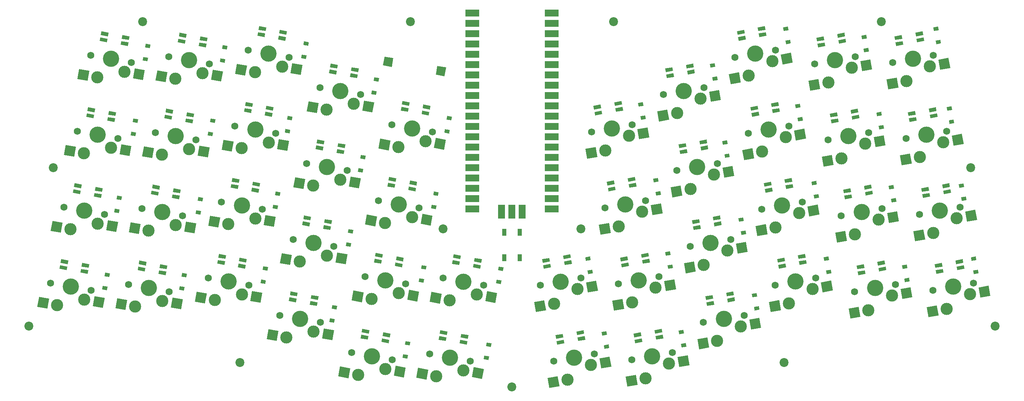
<source format=gbr>
%TF.GenerationSoftware,KiCad,Pcbnew,(5.1.10)-1*%
%TF.CreationDate,2021-09-29T15:51:44-06:00*%
%TF.ProjectId,VColMX44,56436f6c-4d58-4343-942e-6b696361645f,rev?*%
%TF.SameCoordinates,Original*%
%TF.FileFunction,Soldermask,Bot*%
%TF.FilePolarity,Negative*%
%FSLAX46Y46*%
G04 Gerber Fmt 4.6, Leading zero omitted, Abs format (unit mm)*
G04 Created by KiCad (PCBNEW (5.1.10)-1) date 2021-09-29 15:51:44*
%MOMM*%
%LPD*%
G01*
G04 APERTURE LIST*
%ADD10C,0.100000*%
%ADD11R,1.000000X1.700000*%
%ADD12R,3.500000X1.700000*%
%ADD13R,1.700000X3.500000*%
%ADD14C,2.200000*%
%ADD15C,3.000000*%
%ADD16C,1.750000*%
%ADD17C,4.000000*%
G04 APERTURE END LIST*
D10*
%TO.C,LS1*%
G36*
X133774033Y-65253802D02*
G01*
X133392007Y-67420380D01*
X131225429Y-67038354D01*
X131607455Y-64871776D01*
X133774033Y-65253802D01*
G37*
G36*
X120774571Y-62961646D02*
G01*
X120392545Y-65128224D01*
X118225967Y-64746198D01*
X118607993Y-62579620D01*
X120774571Y-62961646D01*
G37*
%TD*%
D11*
%TO.C,SW1*%
X151900000Y-112150000D03*
X151900000Y-105850000D03*
X148100000Y-112150000D03*
X148100000Y-105850000D03*
%TD*%
D12*
%TO.C,U45*%
X159790000Y-51870000D03*
X159790000Y-54410000D03*
X159790000Y-56950000D03*
X159790000Y-59490000D03*
X159790000Y-62030000D03*
X159790000Y-64570000D03*
X159790000Y-67110000D03*
X159790000Y-69650000D03*
X159790000Y-72190000D03*
X159790000Y-74730000D03*
X159790000Y-77270000D03*
X159790000Y-79810000D03*
X159790000Y-82350000D03*
X159790000Y-84890000D03*
X159790000Y-87430000D03*
X159790000Y-89970000D03*
X159790000Y-92510000D03*
X159790000Y-95050000D03*
X159790000Y-97590000D03*
X159790000Y-100130000D03*
X140210000Y-51870000D03*
X140210000Y-54410000D03*
X140210000Y-56950000D03*
X140210000Y-59490000D03*
X140210000Y-62030000D03*
X140210000Y-64570000D03*
X140210000Y-67110000D03*
X140210000Y-69650000D03*
X140210000Y-72190000D03*
X140210000Y-74730000D03*
X140210000Y-77270000D03*
X140210000Y-79810000D03*
X140210000Y-82350000D03*
X140210000Y-84890000D03*
X140210000Y-87430000D03*
X140210000Y-89970000D03*
X140210000Y-92510000D03*
X140210000Y-95050000D03*
X140210000Y-97590000D03*
X140210000Y-100130000D03*
D13*
X152540000Y-100800000D03*
X150000000Y-100800000D03*
X147460000Y-100800000D03*
%TD*%
D14*
%TO.C,H13*%
X167000000Y-105000000D03*
%TD*%
%TO.C,H12*%
X133000000Y-105000000D03*
%TD*%
%TO.C,H11*%
X175000000Y-54000000D03*
%TD*%
%TO.C,H10*%
X125000000Y-54000000D03*
%TD*%
%TO.C,H9*%
X241000000Y-54000000D03*
%TD*%
%TO.C,H8*%
X59000000Y-54000000D03*
%TD*%
%TO.C,H7*%
X263000000Y-90000000D03*
%TD*%
%TO.C,H6*%
X37000000Y-90000000D03*
%TD*%
%TO.C,H5*%
X269000000Y-129000000D03*
%TD*%
%TO.C,H4*%
X31000000Y-129000000D03*
%TD*%
%TO.C,H3*%
X217000000Y-138000000D03*
%TD*%
%TO.C,H2*%
X83000000Y-138000000D03*
%TD*%
%TO.C,H1*%
X150000000Y-144000000D03*
%TD*%
D10*
%TO.C,D1*%
G36*
X59200738Y-62661095D02*
G01*
X60382507Y-62869472D01*
X60226224Y-63755799D01*
X59044455Y-63547422D01*
X59200738Y-62661095D01*
G37*
G36*
X59773776Y-59411229D02*
G01*
X60955545Y-59619606D01*
X60799262Y-60505933D01*
X59617493Y-60297556D01*
X59773776Y-59411229D01*
G37*
%TD*%
%TO.C,D2*%
G36*
X78773776Y-59756121D02*
G01*
X79955545Y-59964498D01*
X79799262Y-60850825D01*
X78617493Y-60642448D01*
X78773776Y-59756121D01*
G37*
G36*
X78200738Y-63005987D02*
G01*
X79382507Y-63214364D01*
X79226224Y-64100691D01*
X78044455Y-63892314D01*
X78200738Y-63005987D01*
G37*
%TD*%
%TO.C,D3*%
G36*
X98773776Y-58827715D02*
G01*
X99955545Y-59036092D01*
X99799262Y-59922419D01*
X98617493Y-59714042D01*
X98773776Y-58827715D01*
G37*
G36*
X98200738Y-62077581D02*
G01*
X99382507Y-62285958D01*
X99226224Y-63172285D01*
X98044455Y-62963908D01*
X98200738Y-62077581D01*
G37*
%TD*%
%TO.C,D4*%
G36*
X115487257Y-70934108D02*
G01*
X116669026Y-71142485D01*
X116512743Y-72028812D01*
X115330974Y-71820435D01*
X115487257Y-70934108D01*
G37*
G36*
X116060295Y-67684242D02*
G01*
X117242064Y-67892619D01*
X117085781Y-68778946D01*
X115904012Y-68570569D01*
X116060295Y-67684242D01*
G37*
%TD*%
%TO.C,D5*%
G36*
X134060295Y-77202782D02*
G01*
X135242064Y-77411159D01*
X135085781Y-78297486D01*
X133904012Y-78089109D01*
X134060295Y-77202782D01*
G37*
G36*
X133487257Y-80452648D02*
G01*
X134669026Y-80661025D01*
X134512743Y-81547352D01*
X133330974Y-81338975D01*
X133487257Y-80452648D01*
G37*
%TD*%
%TO.C,D6*%
G36*
X146773776Y-114315308D02*
G01*
X147955545Y-114523685D01*
X147799262Y-115410012D01*
X146617493Y-115201635D01*
X146773776Y-114315308D01*
G37*
G36*
X146200738Y-117565174D02*
G01*
X147382507Y-117773551D01*
X147226224Y-118659878D01*
X146044455Y-118451501D01*
X146200738Y-117565174D01*
G37*
%TD*%
%TO.C,D7*%
G36*
X181044455Y-74036092D02*
G01*
X182226224Y-73827715D01*
X182382507Y-74714042D01*
X181200738Y-74922419D01*
X181044455Y-74036092D01*
G37*
G36*
X181617493Y-77285958D02*
G01*
X182799262Y-77077581D01*
X182955545Y-77963908D01*
X181773776Y-78172285D01*
X181617493Y-77285958D01*
G37*
%TD*%
%TO.C,D8*%
G36*
X198757936Y-64411159D02*
G01*
X199939705Y-64202782D01*
X200095988Y-65089109D01*
X198914219Y-65297486D01*
X198757936Y-64411159D01*
G37*
G36*
X199330974Y-67661025D02*
G01*
X200512743Y-67452648D01*
X200669026Y-68338975D01*
X199487257Y-68547352D01*
X199330974Y-67661025D01*
G37*
%TD*%
%TO.C,D9*%
G36*
X216757936Y-55411159D02*
G01*
X217939705Y-55202782D01*
X218095988Y-56089109D01*
X216914219Y-56297486D01*
X216757936Y-55411159D01*
G37*
G36*
X217330974Y-58661025D02*
G01*
X218512743Y-58452648D01*
X218669026Y-59338975D01*
X217487257Y-59547352D01*
X217330974Y-58661025D01*
G37*
%TD*%
%TO.C,D10*%
G36*
X236044455Y-57411159D02*
G01*
X237226224Y-57202782D01*
X237382507Y-58089109D01*
X236200738Y-58297486D01*
X236044455Y-57411159D01*
G37*
G36*
X236617493Y-60661025D02*
G01*
X237799262Y-60452648D01*
X237955545Y-61338975D01*
X236773776Y-61547352D01*
X236617493Y-60661025D01*
G37*
%TD*%
%TO.C,D11*%
G36*
X253757936Y-55411159D02*
G01*
X254939705Y-55202782D01*
X255095988Y-56089109D01*
X253914219Y-56297486D01*
X253757936Y-55411159D01*
G37*
G36*
X254330974Y-58661025D02*
G01*
X255512743Y-58452648D01*
X255669026Y-59338975D01*
X254487257Y-59547352D01*
X254330974Y-58661025D01*
G37*
%TD*%
%TO.C,D12*%
G36*
X56200738Y-81077581D02*
G01*
X57382507Y-81285958D01*
X57226224Y-82172285D01*
X56044455Y-81963908D01*
X56200738Y-81077581D01*
G37*
G36*
X56773776Y-77827715D02*
G01*
X57955545Y-78036092D01*
X57799262Y-78922419D01*
X56617493Y-78714042D01*
X56773776Y-77827715D01*
G37*
%TD*%
%TO.C,D13*%
G36*
X75200738Y-81077581D02*
G01*
X76382507Y-81285958D01*
X76226224Y-82172285D01*
X75044455Y-81963908D01*
X75200738Y-81077581D01*
G37*
G36*
X75773776Y-77827715D02*
G01*
X76955545Y-78036092D01*
X76799262Y-78922419D01*
X75617493Y-78714042D01*
X75773776Y-77827715D01*
G37*
%TD*%
%TO.C,D14*%
G36*
X94200738Y-80437293D02*
G01*
X95382507Y-80645670D01*
X95226224Y-81531997D01*
X94044455Y-81323620D01*
X94200738Y-80437293D01*
G37*
G36*
X94773776Y-77187427D02*
G01*
X95955545Y-77395804D01*
X95799262Y-78282131D01*
X94617493Y-78073754D01*
X94773776Y-77187427D01*
G37*
%TD*%
%TO.C,D15*%
G36*
X112773776Y-86827715D02*
G01*
X113955545Y-87036092D01*
X113799262Y-87922419D01*
X112617493Y-87714042D01*
X112773776Y-86827715D01*
G37*
G36*
X112200738Y-90077581D02*
G01*
X113382507Y-90285958D01*
X113226224Y-91172285D01*
X112044455Y-90963908D01*
X112200738Y-90077581D01*
G37*
%TD*%
%TO.C,D16*%
G36*
X130200738Y-99077581D02*
G01*
X131382507Y-99285958D01*
X131226224Y-100172285D01*
X130044455Y-99963908D01*
X130200738Y-99077581D01*
G37*
G36*
X130773776Y-95827715D02*
G01*
X131955545Y-96036092D01*
X131799262Y-96922419D01*
X130617493Y-96714042D01*
X130773776Y-95827715D01*
G37*
%TD*%
%TO.C,D17*%
G36*
X143200738Y-136276521D02*
G01*
X144382507Y-136484898D01*
X144226224Y-137371225D01*
X143044455Y-137162848D01*
X143200738Y-136276521D01*
G37*
G36*
X143773776Y-133026655D02*
G01*
X144955545Y-133235032D01*
X144799262Y-134121359D01*
X143617493Y-133912982D01*
X143773776Y-133026655D01*
G37*
%TD*%
%TO.C,D18*%
G36*
X185330974Y-95938941D02*
G01*
X186512743Y-95730564D01*
X186669026Y-96616891D01*
X185487257Y-96825268D01*
X185330974Y-95938941D01*
G37*
G36*
X184757936Y-92689075D02*
G01*
X185939705Y-92480698D01*
X186095988Y-93367025D01*
X184914219Y-93575402D01*
X184757936Y-92689075D01*
G37*
%TD*%
%TO.C,D19*%
G36*
X201757936Y-83411159D02*
G01*
X202939705Y-83202782D01*
X203095988Y-84089109D01*
X201914219Y-84297486D01*
X201757936Y-83411159D01*
G37*
G36*
X202330974Y-86661025D02*
G01*
X203512743Y-86452648D01*
X203669026Y-87338975D01*
X202487257Y-87547352D01*
X202330974Y-86661025D01*
G37*
%TD*%
%TO.C,D20*%
G36*
X220330974Y-77661025D02*
G01*
X221512743Y-77452648D01*
X221669026Y-78338975D01*
X220487257Y-78547352D01*
X220330974Y-77661025D01*
G37*
G36*
X219757936Y-74411159D02*
G01*
X220939705Y-74202782D01*
X221095988Y-75089109D01*
X219914219Y-75297486D01*
X219757936Y-74411159D01*
G37*
%TD*%
%TO.C,D21*%
G36*
X240330974Y-79661025D02*
G01*
X241512743Y-79452648D01*
X241669026Y-80338975D01*
X240487257Y-80547352D01*
X240330974Y-79661025D01*
G37*
G36*
X239757936Y-76411159D02*
G01*
X240939705Y-76202782D01*
X241095988Y-77089109D01*
X239914219Y-77297486D01*
X239757936Y-76411159D01*
G37*
%TD*%
%TO.C,D22*%
G36*
X257617493Y-78285958D02*
G01*
X258799262Y-78077581D01*
X258955545Y-78963908D01*
X257773776Y-79172285D01*
X257617493Y-78285958D01*
G37*
G36*
X257044455Y-75036092D02*
G01*
X258226224Y-74827715D01*
X258382507Y-75714042D01*
X257200738Y-75922419D01*
X257044455Y-75036092D01*
G37*
%TD*%
%TO.C,D23*%
G36*
X52773776Y-96827715D02*
G01*
X53955545Y-97036092D01*
X53799262Y-97922419D01*
X52617493Y-97714042D01*
X52773776Y-96827715D01*
G37*
G36*
X52200738Y-100077581D02*
G01*
X53382507Y-100285958D01*
X53226224Y-101172285D01*
X52044455Y-100963908D01*
X52200738Y-100077581D01*
G37*
%TD*%
%TO.C,D24*%
G36*
X72773776Y-97178815D02*
G01*
X73955545Y-97387192D01*
X73799262Y-98273519D01*
X72617493Y-98065142D01*
X72773776Y-97178815D01*
G37*
G36*
X72200738Y-100428681D02*
G01*
X73382507Y-100637058D01*
X73226224Y-101523385D01*
X72044455Y-101315008D01*
X72200738Y-100428681D01*
G37*
%TD*%
%TO.C,D25*%
G36*
X91773776Y-95827715D02*
G01*
X92955545Y-96036092D01*
X92799262Y-96922419D01*
X91617493Y-96714042D01*
X91773776Y-95827715D01*
G37*
G36*
X91200738Y-99077581D02*
G01*
X92382507Y-99285958D01*
X92226224Y-100172285D01*
X91044455Y-99963908D01*
X91200738Y-99077581D01*
G37*
%TD*%
%TO.C,D26*%
G36*
X109773776Y-105106937D02*
G01*
X110955545Y-105315314D01*
X110799262Y-106201641D01*
X109617493Y-105993264D01*
X109773776Y-105106937D01*
G37*
G36*
X109200738Y-108356803D02*
G01*
X110382507Y-108565180D01*
X110226224Y-109451507D01*
X109044455Y-109243130D01*
X109200738Y-108356803D01*
G37*
%TD*%
%TO.C,D27*%
G36*
X127773776Y-113970416D02*
G01*
X128955545Y-114178793D01*
X128799262Y-115065120D01*
X127617493Y-114856743D01*
X127773776Y-113970416D01*
G37*
G36*
X127200738Y-117220282D02*
G01*
X128382507Y-117428659D01*
X128226224Y-118314986D01*
X127044455Y-118106609D01*
X127200738Y-117220282D01*
G37*
%TD*%
%TO.C,D28*%
G36*
X168617493Y-115285958D02*
G01*
X169799262Y-115077581D01*
X169955545Y-115963908D01*
X168773776Y-116172285D01*
X168617493Y-115285958D01*
G37*
G36*
X168044455Y-112036092D02*
G01*
X169226224Y-111827715D01*
X169382507Y-112714042D01*
X168200738Y-112922419D01*
X168044455Y-112036092D01*
G37*
%TD*%
%TO.C,D29*%
G36*
X188330974Y-114010162D02*
G01*
X189512743Y-113801785D01*
X189669026Y-114688112D01*
X188487257Y-114896489D01*
X188330974Y-114010162D01*
G37*
G36*
X187757936Y-110760296D02*
G01*
X188939705Y-110551919D01*
X189095988Y-111438246D01*
X187914219Y-111646623D01*
X187757936Y-110760296D01*
G37*
%TD*%
%TO.C,D30*%
G36*
X205757936Y-102411159D02*
G01*
X206939705Y-102202782D01*
X207095988Y-103089109D01*
X205914219Y-103297486D01*
X205757936Y-102411159D01*
G37*
G36*
X206330974Y-105661025D02*
G01*
X207512743Y-105452648D01*
X207669026Y-106338975D01*
X206487257Y-106547352D01*
X206330974Y-105661025D01*
G37*
%TD*%
%TO.C,D31*%
G36*
X223757936Y-93411159D02*
G01*
X224939705Y-93202782D01*
X225095988Y-94089109D01*
X223914219Y-94297486D01*
X223757936Y-93411159D01*
G37*
G36*
X224330974Y-96661025D02*
G01*
X225512743Y-96452648D01*
X225669026Y-97338975D01*
X224487257Y-97547352D01*
X224330974Y-96661025D01*
G37*
%TD*%
%TO.C,D32*%
G36*
X242757936Y-94411159D02*
G01*
X243939705Y-94202782D01*
X244095988Y-95089109D01*
X242914219Y-95297486D01*
X242757936Y-94411159D01*
G37*
G36*
X243330974Y-97661025D02*
G01*
X244512743Y-97452648D01*
X244669026Y-98338975D01*
X243487257Y-98547352D01*
X243330974Y-97661025D01*
G37*
%TD*%
%TO.C,D33*%
G36*
X260044455Y-94036092D02*
G01*
X261226224Y-93827715D01*
X261382507Y-94714042D01*
X260200738Y-94922419D01*
X260044455Y-94036092D01*
G37*
G36*
X260617493Y-97285958D02*
G01*
X261799262Y-97077581D01*
X261955545Y-97963908D01*
X260773776Y-98172285D01*
X260617493Y-97285958D01*
G37*
%TD*%
%TO.C,D34*%
G36*
X49200738Y-119077581D02*
G01*
X50382507Y-119285958D01*
X50226224Y-120172285D01*
X49044455Y-119963908D01*
X49200738Y-119077581D01*
G37*
G36*
X49773776Y-115827715D02*
G01*
X50955545Y-116036092D01*
X50799262Y-116922419D01*
X49617493Y-116714042D01*
X49773776Y-115827715D01*
G37*
%TD*%
%TO.C,D35*%
G36*
X68200738Y-119140029D02*
G01*
X69382507Y-119348406D01*
X69226224Y-120234733D01*
X68044455Y-120026356D01*
X68200738Y-119140029D01*
G37*
G36*
X68773776Y-115890163D02*
G01*
X69955545Y-116098540D01*
X69799262Y-116984867D01*
X68617493Y-116776490D01*
X68773776Y-115890163D01*
G37*
%TD*%
%TO.C,D36*%
G36*
X88200738Y-117515305D02*
G01*
X89382507Y-117723682D01*
X89226224Y-118610009D01*
X88044455Y-118401632D01*
X88200738Y-117515305D01*
G37*
G36*
X88773776Y-114265439D02*
G01*
X89955545Y-114473816D01*
X89799262Y-115360143D01*
X88617493Y-115151766D01*
X88773776Y-114265439D01*
G37*
%TD*%
%TO.C,D37*%
G36*
X105200738Y-127077581D02*
G01*
X106382507Y-127285958D01*
X106226224Y-128172285D01*
X105044455Y-127963908D01*
X105200738Y-127077581D01*
G37*
G36*
X105773776Y-123827715D02*
G01*
X106955545Y-124036092D01*
X106799262Y-124922419D01*
X105617493Y-124714042D01*
X105773776Y-123827715D01*
G37*
%TD*%
%TO.C,D38*%
G36*
X123200738Y-135931629D02*
G01*
X124382507Y-136140006D01*
X124226224Y-137026333D01*
X123044455Y-136817956D01*
X123200738Y-135931629D01*
G37*
G36*
X123773776Y-132681763D02*
G01*
X124955545Y-132890140D01*
X124799262Y-133776467D01*
X123617493Y-133568090D01*
X123773776Y-132681763D01*
G37*
%TD*%
%TO.C,D39*%
G36*
X172044455Y-130456661D02*
G01*
X173226224Y-130248284D01*
X173382507Y-131134611D01*
X172200738Y-131342988D01*
X172044455Y-130456661D01*
G37*
G36*
X172617493Y-133706527D02*
G01*
X173799262Y-133498150D01*
X173955545Y-134384477D01*
X172773776Y-134592854D01*
X172617493Y-133706527D01*
G37*
%TD*%
%TO.C,D40*%
G36*
X191044455Y-130111769D02*
G01*
X192226224Y-129903392D01*
X192382507Y-130789719D01*
X191200738Y-130998096D01*
X191044455Y-130111769D01*
G37*
G36*
X191617493Y-133361635D02*
G01*
X192799262Y-133153258D01*
X192955545Y-134039585D01*
X191773776Y-134247962D01*
X191617493Y-133361635D01*
G37*
%TD*%
%TO.C,D41*%
G36*
X209617493Y-124285958D02*
G01*
X210799262Y-124077581D01*
X210955545Y-124963908D01*
X209773776Y-125172285D01*
X209617493Y-124285958D01*
G37*
G36*
X209044455Y-121036092D02*
G01*
X210226224Y-120827715D01*
X210382507Y-121714042D01*
X209200738Y-121922419D01*
X209044455Y-121036092D01*
G37*
%TD*%
%TO.C,D42*%
G36*
X227330974Y-115285958D02*
G01*
X228512743Y-115077581D01*
X228669026Y-115963908D01*
X227487257Y-116172285D01*
X227330974Y-115285958D01*
G37*
G36*
X226757936Y-112036092D02*
G01*
X227939705Y-111827715D01*
X228095988Y-112714042D01*
X226914219Y-112922419D01*
X226757936Y-112036092D01*
G37*
%TD*%
%TO.C,D43*%
G36*
X246617493Y-117285958D02*
G01*
X247799262Y-117077581D01*
X247955545Y-117963908D01*
X246773776Y-118172285D01*
X246617493Y-117285958D01*
G37*
G36*
X246044455Y-114036092D02*
G01*
X247226224Y-113827715D01*
X247382507Y-114714042D01*
X246200738Y-114922419D01*
X246044455Y-114036092D01*
G37*
%TD*%
%TO.C,D44*%
G36*
X263617493Y-115285958D02*
G01*
X264799262Y-115077581D01*
X264955545Y-115963908D01*
X263773776Y-116172285D01*
X263617493Y-115285958D01*
G37*
G36*
X263044455Y-112036092D02*
G01*
X264226224Y-111827715D01*
X264382507Y-112714042D01*
X263200738Y-112922419D01*
X263044455Y-112036092D01*
G37*
%TD*%
%TO.C,U1*%
G36*
X50660580Y-56698501D02*
G01*
X50504296Y-57584828D01*
X48731642Y-57272261D01*
X48887926Y-56385934D01*
X50660580Y-56698501D01*
G37*
G36*
X50400108Y-58175712D02*
G01*
X50243824Y-59062039D01*
X48471170Y-58749472D01*
X48627454Y-57863145D01*
X50400108Y-58175712D01*
G37*
G36*
X55781581Y-57601471D02*
G01*
X55625297Y-58487798D01*
X53852643Y-58175231D01*
X54008927Y-57288904D01*
X55781581Y-57601471D01*
G37*
G36*
X55521108Y-59078683D02*
G01*
X55364824Y-59965010D01*
X53592170Y-59652443D01*
X53748454Y-58766116D01*
X55521108Y-59078683D01*
G37*
G36*
X45916391Y-66097473D02*
G01*
X45482271Y-68559492D01*
X42971011Y-68116689D01*
X43405131Y-65654670D01*
X45916391Y-66097473D01*
G37*
G36*
X59578501Y-65927288D02*
G01*
X59144381Y-68389307D01*
X56633121Y-67946504D01*
X57067241Y-65484485D01*
X59578501Y-65927288D01*
G37*
D15*
X47865908Y-67710508D03*
X54560503Y-66311762D03*
D16*
X46246629Y-62266618D03*
X56252275Y-64030884D03*
D17*
X51249452Y-63148751D03*
%TD*%
D10*
%TO.C,U2*%
G36*
X69892872Y-57043393D02*
G01*
X69736588Y-57929720D01*
X67963934Y-57617153D01*
X68120218Y-56730826D01*
X69892872Y-57043393D01*
G37*
G36*
X69632400Y-58520604D02*
G01*
X69476116Y-59406931D01*
X67703462Y-59094364D01*
X67859746Y-58208037D01*
X69632400Y-58520604D01*
G37*
G36*
X75013873Y-57946363D02*
G01*
X74857589Y-58832690D01*
X73084935Y-58520123D01*
X73241219Y-57633796D01*
X75013873Y-57946363D01*
G37*
G36*
X74753400Y-59423575D02*
G01*
X74597116Y-60309902D01*
X72824462Y-59997335D01*
X72980746Y-59111008D01*
X74753400Y-59423575D01*
G37*
G36*
X65148683Y-66442365D02*
G01*
X64714563Y-68904384D01*
X62203303Y-68461581D01*
X62637423Y-65999562D01*
X65148683Y-66442365D01*
G37*
G36*
X78810793Y-66272180D02*
G01*
X78376673Y-68734199D01*
X75865413Y-68291396D01*
X76299533Y-65829377D01*
X78810793Y-66272180D01*
G37*
D15*
X67098200Y-68055400D03*
X73792795Y-66656654D03*
D16*
X65478921Y-62611510D03*
X75484567Y-64375776D03*
D17*
X70481744Y-63493643D03*
%TD*%
%TO.C,U3*%
X90061332Y-61868920D03*
D16*
X95064155Y-62751053D03*
X85058509Y-60986787D03*
D15*
X93372383Y-65031931D03*
X86677788Y-66430677D03*
D10*
G36*
X98390381Y-64647457D02*
G01*
X97956261Y-67109476D01*
X95445001Y-66666673D01*
X95879121Y-64204654D01*
X98390381Y-64647457D01*
G37*
G36*
X84728271Y-64817642D02*
G01*
X84294151Y-67279661D01*
X81782891Y-66836858D01*
X82217011Y-64374839D01*
X84728271Y-64817642D01*
G37*
G36*
X94332988Y-57798852D02*
G01*
X94176704Y-58685179D01*
X92404050Y-58372612D01*
X92560334Y-57486285D01*
X94332988Y-57798852D01*
G37*
G36*
X94593461Y-56321640D02*
G01*
X94437177Y-57207967D01*
X92664523Y-56895400D01*
X92820807Y-56009073D01*
X94593461Y-56321640D01*
G37*
G36*
X89211988Y-56895881D02*
G01*
X89055704Y-57782208D01*
X87283050Y-57469641D01*
X87439334Y-56583314D01*
X89211988Y-56895881D01*
G37*
G36*
X89472460Y-55418670D02*
G01*
X89316176Y-56304997D01*
X87543522Y-55992430D01*
X87699806Y-55106103D01*
X89472460Y-55418670D01*
G37*
%TD*%
%TO.C,U4*%
G36*
X107141918Y-64626832D02*
G01*
X106985634Y-65513159D01*
X105212980Y-65200592D01*
X105369264Y-64314265D01*
X107141918Y-64626832D01*
G37*
G36*
X106881446Y-66104043D02*
G01*
X106725162Y-66990370D01*
X104952508Y-66677803D01*
X105108792Y-65791476D01*
X106881446Y-66104043D01*
G37*
G36*
X112262919Y-65529802D02*
G01*
X112106635Y-66416129D01*
X110333981Y-66103562D01*
X110490265Y-65217235D01*
X112262919Y-65529802D01*
G37*
G36*
X112002446Y-67007014D02*
G01*
X111846162Y-67893341D01*
X110073508Y-67580774D01*
X110229792Y-66694447D01*
X112002446Y-67007014D01*
G37*
G36*
X102397729Y-74025804D02*
G01*
X101963609Y-76487823D01*
X99452349Y-76045020D01*
X99886469Y-73583001D01*
X102397729Y-74025804D01*
G37*
G36*
X116059839Y-73855619D02*
G01*
X115625719Y-76317638D01*
X113114459Y-75874835D01*
X113548579Y-73412816D01*
X116059839Y-73855619D01*
G37*
D15*
X104347246Y-75638839D03*
X111041841Y-74240093D03*
D16*
X102727967Y-70194949D03*
X112733613Y-71959215D03*
D17*
X107730790Y-71077082D03*
%TD*%
D10*
%TO.C,U5*%
G36*
X124811376Y-73834994D02*
G01*
X124655092Y-74721321D01*
X122882438Y-74408754D01*
X123038722Y-73522427D01*
X124811376Y-73834994D01*
G37*
G36*
X124550904Y-75312205D02*
G01*
X124394620Y-76198532D01*
X122621966Y-75885965D01*
X122778250Y-74999638D01*
X124550904Y-75312205D01*
G37*
G36*
X129932377Y-74737964D02*
G01*
X129776093Y-75624291D01*
X128003439Y-75311724D01*
X128159723Y-74425397D01*
X129932377Y-74737964D01*
G37*
G36*
X129671904Y-76215176D02*
G01*
X129515620Y-77101503D01*
X127742966Y-76788936D01*
X127899250Y-75902609D01*
X129671904Y-76215176D01*
G37*
G36*
X120067187Y-83233966D02*
G01*
X119633067Y-85695985D01*
X117121807Y-85253182D01*
X117555927Y-82791163D01*
X120067187Y-83233966D01*
G37*
G36*
X133729297Y-83063781D02*
G01*
X133295177Y-85525800D01*
X130783917Y-85082997D01*
X131218037Y-82620978D01*
X133729297Y-83063781D01*
G37*
D15*
X122016704Y-84847001D03*
X128711299Y-83448255D03*
D16*
X120397425Y-79403111D03*
X130403071Y-81167377D03*
D17*
X125400248Y-80285244D03*
%TD*%
D10*
%TO.C,U6*%
G36*
X137445038Y-111602581D02*
G01*
X137288754Y-112488908D01*
X135516100Y-112176341D01*
X135672384Y-111290014D01*
X137445038Y-111602581D01*
G37*
G36*
X137184566Y-113079792D02*
G01*
X137028282Y-113966119D01*
X135255628Y-113653552D01*
X135411912Y-112767225D01*
X137184566Y-113079792D01*
G37*
G36*
X142566039Y-112505551D02*
G01*
X142409755Y-113391878D01*
X140637101Y-113079311D01*
X140793385Y-112192984D01*
X142566039Y-112505551D01*
G37*
G36*
X142305566Y-113982763D02*
G01*
X142149282Y-114869090D01*
X140376628Y-114556523D01*
X140532912Y-113670196D01*
X142305566Y-113982763D01*
G37*
G36*
X132700849Y-121001553D02*
G01*
X132266729Y-123463572D01*
X129755469Y-123020769D01*
X130189589Y-120558750D01*
X132700849Y-121001553D01*
G37*
G36*
X146362959Y-120831368D02*
G01*
X145928839Y-123293387D01*
X143417579Y-122850584D01*
X143851699Y-120388565D01*
X146362959Y-120831368D01*
G37*
D15*
X134650366Y-122614588D03*
X141344961Y-121215842D03*
D16*
X133031087Y-117170698D03*
X143036733Y-118934964D03*
D17*
X138033910Y-118052831D03*
%TD*%
%TO.C,U7*%
X174599752Y-80285244D03*
D16*
X179602575Y-79403111D03*
X169596929Y-81167377D03*
D15*
X178792936Y-82125056D03*
X172980473Y-85729134D03*
D10*
G36*
X183376814Y-80047512D02*
G01*
X183810934Y-82509531D01*
X181299674Y-82952334D01*
X180865554Y-80490315D01*
X183376814Y-80047512D01*
G37*
G36*
X170596836Y-84880150D02*
G01*
X171030956Y-87342169D01*
X168519696Y-87784972D01*
X168085576Y-85322953D01*
X170596836Y-84880150D01*
G37*
G36*
X177221750Y-74999638D02*
G01*
X177378034Y-75885965D01*
X175605380Y-76198532D01*
X175449096Y-75312205D01*
X177221750Y-74999638D01*
G37*
G36*
X176961278Y-73522427D02*
G01*
X177117562Y-74408754D01*
X175344908Y-74721321D01*
X175188624Y-73834994D01*
X176961278Y-73522427D01*
G37*
G36*
X172100750Y-75902609D02*
G01*
X172257034Y-76788936D01*
X170484380Y-77101503D01*
X170328096Y-76215176D01*
X172100750Y-75902609D01*
G37*
G36*
X171840277Y-74425397D02*
G01*
X171996561Y-75311724D01*
X170223907Y-75624291D01*
X170067623Y-74737964D01*
X171840277Y-74425397D01*
G37*
%TD*%
%TO.C,U8*%
G36*
X189509735Y-65217235D02*
G01*
X189666019Y-66103562D01*
X187893365Y-66416129D01*
X187737081Y-65529802D01*
X189509735Y-65217235D01*
G37*
G36*
X189770208Y-66694447D02*
G01*
X189926492Y-67580774D01*
X188153838Y-67893341D01*
X187997554Y-67007014D01*
X189770208Y-66694447D01*
G37*
G36*
X194630736Y-64314265D02*
G01*
X194787020Y-65200592D01*
X193014366Y-65513159D01*
X192858082Y-64626832D01*
X194630736Y-64314265D01*
G37*
G36*
X194891208Y-65791476D02*
G01*
X195047492Y-66677803D01*
X193274838Y-66990370D01*
X193118554Y-66104043D01*
X194891208Y-65791476D01*
G37*
G36*
X188266294Y-75671988D02*
G01*
X188700414Y-78134007D01*
X186189154Y-78576810D01*
X185755034Y-76114791D01*
X188266294Y-75671988D01*
G37*
G36*
X201046272Y-70839350D02*
G01*
X201480392Y-73301369D01*
X198969132Y-73744172D01*
X198535012Y-71282153D01*
X201046272Y-70839350D01*
G37*
D15*
X190649931Y-76520972D03*
X196462394Y-72916894D03*
D16*
X187266387Y-71959215D03*
X197272033Y-70194949D03*
D17*
X192269210Y-71077082D03*
%TD*%
D10*
%TO.C,U9*%
G36*
X207179193Y-56009073D02*
G01*
X207335477Y-56895400D01*
X205562823Y-57207967D01*
X205406539Y-56321640D01*
X207179193Y-56009073D01*
G37*
G36*
X207439666Y-57486285D02*
G01*
X207595950Y-58372612D01*
X205823296Y-58685179D01*
X205667012Y-57798852D01*
X207439666Y-57486285D01*
G37*
G36*
X212300194Y-55106103D02*
G01*
X212456478Y-55992430D01*
X210683824Y-56304997D01*
X210527540Y-55418670D01*
X212300194Y-55106103D01*
G37*
G36*
X212560666Y-56583314D02*
G01*
X212716950Y-57469641D01*
X210944296Y-57782208D01*
X210788012Y-56895881D01*
X212560666Y-56583314D01*
G37*
G36*
X205935752Y-66463826D02*
G01*
X206369872Y-68925845D01*
X203858612Y-69368648D01*
X203424492Y-66906629D01*
X205935752Y-66463826D01*
G37*
G36*
X218715730Y-61631188D02*
G01*
X219149850Y-64093207D01*
X216638590Y-64536010D01*
X216204470Y-62073991D01*
X218715730Y-61631188D01*
G37*
D15*
X208319389Y-67312810D03*
X214131852Y-63708732D03*
D16*
X204935845Y-62751053D03*
X214941491Y-60986787D03*
D17*
X209938668Y-61868920D03*
%TD*%
%TO.C,U10*%
X229518256Y-63493643D03*
D16*
X234521079Y-62611510D03*
X224515433Y-64375776D03*
D15*
X233711440Y-65333455D03*
X227898977Y-68937533D03*
D10*
G36*
X238295318Y-63255911D02*
G01*
X238729438Y-65717930D01*
X236218178Y-66160733D01*
X235784058Y-63698714D01*
X238295318Y-63255911D01*
G37*
G36*
X225515340Y-68088549D02*
G01*
X225949460Y-70550568D01*
X223438200Y-70993371D01*
X223004080Y-68531352D01*
X225515340Y-68088549D01*
G37*
G36*
X232140254Y-58208037D02*
G01*
X232296538Y-59094364D01*
X230523884Y-59406931D01*
X230367600Y-58520604D01*
X232140254Y-58208037D01*
G37*
G36*
X231879782Y-56730826D02*
G01*
X232036066Y-57617153D01*
X230263412Y-57929720D01*
X230107128Y-57043393D01*
X231879782Y-56730826D01*
G37*
G36*
X227019254Y-59111008D02*
G01*
X227175538Y-59997335D01*
X225402884Y-60309902D01*
X225246600Y-59423575D01*
X227019254Y-59111008D01*
G37*
G36*
X226758781Y-57633796D02*
G01*
X226915065Y-58520123D01*
X225142411Y-58832690D01*
X224986127Y-57946363D01*
X226758781Y-57633796D01*
G37*
%TD*%
D17*
%TO.C,U11*%
X248750548Y-63148751D03*
D16*
X253753371Y-62266618D03*
X243747725Y-64030884D03*
D15*
X252943732Y-64988563D03*
X247131269Y-68592641D03*
D10*
G36*
X257527610Y-62911019D02*
G01*
X257961730Y-65373038D01*
X255450470Y-65815841D01*
X255016350Y-63353822D01*
X257527610Y-62911019D01*
G37*
G36*
X244747632Y-67743657D02*
G01*
X245181752Y-70205676D01*
X242670492Y-70648479D01*
X242236372Y-68186460D01*
X244747632Y-67743657D01*
G37*
G36*
X251372546Y-57863145D02*
G01*
X251528830Y-58749472D01*
X249756176Y-59062039D01*
X249599892Y-58175712D01*
X251372546Y-57863145D01*
G37*
G36*
X251112074Y-56385934D02*
G01*
X251268358Y-57272261D01*
X249495704Y-57584828D01*
X249339420Y-56698501D01*
X251112074Y-56385934D01*
G37*
G36*
X246251546Y-58766116D02*
G01*
X246407830Y-59652443D01*
X244635176Y-59965010D01*
X244478892Y-59078683D01*
X246251546Y-58766116D01*
G37*
G36*
X245991073Y-57288904D02*
G01*
X246147357Y-58175231D01*
X244374703Y-58487798D01*
X244218419Y-57601471D01*
X245991073Y-57288904D01*
G37*
%TD*%
%TO.C,U12*%
G36*
X47361265Y-75409849D02*
G01*
X47204981Y-76296176D01*
X45432327Y-75983609D01*
X45588611Y-75097282D01*
X47361265Y-75409849D01*
G37*
G36*
X47100793Y-76887060D02*
G01*
X46944509Y-77773387D01*
X45171855Y-77460820D01*
X45328139Y-76574493D01*
X47100793Y-76887060D01*
G37*
G36*
X52482266Y-76312819D02*
G01*
X52325982Y-77199146D01*
X50553328Y-76886579D01*
X50709612Y-76000252D01*
X52482266Y-76312819D01*
G37*
G36*
X52221793Y-77790031D02*
G01*
X52065509Y-78676358D01*
X50292855Y-78363791D01*
X50449139Y-77477464D01*
X52221793Y-77790031D01*
G37*
G36*
X42617076Y-84808821D02*
G01*
X42182956Y-87270840D01*
X39671696Y-86828037D01*
X40105816Y-84366018D01*
X42617076Y-84808821D01*
G37*
G36*
X56279186Y-84638636D02*
G01*
X55845066Y-87100655D01*
X53333806Y-86657852D01*
X53767926Y-84195833D01*
X56279186Y-84638636D01*
G37*
D15*
X44566593Y-86421856D03*
X51261188Y-85023110D03*
D16*
X42947314Y-80977966D03*
X52952960Y-82742232D03*
D17*
X47950137Y-81860099D03*
%TD*%
D10*
%TO.C,U13*%
G36*
X66593556Y-75754741D02*
G01*
X66437272Y-76641068D01*
X64664618Y-76328501D01*
X64820902Y-75442174D01*
X66593556Y-75754741D01*
G37*
G36*
X66333084Y-77231952D02*
G01*
X66176800Y-78118279D01*
X64404146Y-77805712D01*
X64560430Y-76919385D01*
X66333084Y-77231952D01*
G37*
G36*
X71714557Y-76657711D02*
G01*
X71558273Y-77544038D01*
X69785619Y-77231471D01*
X69941903Y-76345144D01*
X71714557Y-76657711D01*
G37*
G36*
X71454084Y-78134923D02*
G01*
X71297800Y-79021250D01*
X69525146Y-78708683D01*
X69681430Y-77822356D01*
X71454084Y-78134923D01*
G37*
G36*
X61849367Y-85153713D02*
G01*
X61415247Y-87615732D01*
X58903987Y-87172929D01*
X59338107Y-84710910D01*
X61849367Y-85153713D01*
G37*
G36*
X75511477Y-84983528D02*
G01*
X75077357Y-87445547D01*
X72566097Y-87002744D01*
X73000217Y-84540725D01*
X75511477Y-84983528D01*
G37*
D15*
X63798884Y-86766748D03*
X70493479Y-85368002D03*
D16*
X62179605Y-81322858D03*
X72185251Y-83087124D03*
D17*
X67182428Y-82204991D03*
%TD*%
%TO.C,U14*%
X86762017Y-80580269D03*
D16*
X91764840Y-81462402D03*
X81759194Y-79698136D03*
D15*
X90073068Y-83743280D03*
X83378473Y-85142026D03*
D10*
G36*
X95091066Y-83358806D02*
G01*
X94656946Y-85820825D01*
X92145686Y-85378022D01*
X92579806Y-82916003D01*
X95091066Y-83358806D01*
G37*
G36*
X81428956Y-83528991D02*
G01*
X80994836Y-85991010D01*
X78483576Y-85548207D01*
X78917696Y-83086188D01*
X81428956Y-83528991D01*
G37*
G36*
X91033673Y-76510201D02*
G01*
X90877389Y-77396528D01*
X89104735Y-77083961D01*
X89261019Y-76197634D01*
X91033673Y-76510201D01*
G37*
G36*
X91294146Y-75032989D02*
G01*
X91137862Y-75919316D01*
X89365208Y-75606749D01*
X89521492Y-74720422D01*
X91294146Y-75032989D01*
G37*
G36*
X85912673Y-75607230D02*
G01*
X85756389Y-76493557D01*
X83983735Y-76180990D01*
X84140019Y-75294663D01*
X85912673Y-75607230D01*
G37*
G36*
X86173145Y-74130019D02*
G01*
X86016861Y-75016346D01*
X84244207Y-74703779D01*
X84400491Y-73817452D01*
X86173145Y-74130019D01*
G37*
%TD*%
D17*
%TO.C,U15*%
X104431475Y-89788429D03*
D16*
X109434298Y-90670562D03*
X99428652Y-88906296D03*
D15*
X107742526Y-92951440D03*
X101047931Y-94350186D03*
D10*
G36*
X112760524Y-92566966D02*
G01*
X112326404Y-95028985D01*
X109815144Y-94586182D01*
X110249264Y-92124163D01*
X112760524Y-92566966D01*
G37*
G36*
X99098414Y-92737151D02*
G01*
X98664294Y-95199170D01*
X96153034Y-94756367D01*
X96587154Y-92294348D01*
X99098414Y-92737151D01*
G37*
G36*
X108703131Y-85718361D02*
G01*
X108546847Y-86604688D01*
X106774193Y-86292121D01*
X106930477Y-85405794D01*
X108703131Y-85718361D01*
G37*
G36*
X108963604Y-84241149D02*
G01*
X108807320Y-85127476D01*
X107034666Y-84814909D01*
X107190950Y-83928582D01*
X108963604Y-84241149D01*
G37*
G36*
X103582131Y-84815390D02*
G01*
X103425847Y-85701717D01*
X101653193Y-85389150D01*
X101809477Y-84502823D01*
X103582131Y-84815390D01*
G37*
G36*
X103842603Y-83338179D02*
G01*
X103686319Y-84224506D01*
X101913665Y-83911939D01*
X102069949Y-83025612D01*
X103842603Y-83338179D01*
G37*
%TD*%
%TO.C,U16*%
G36*
X121512061Y-92546341D02*
G01*
X121355777Y-93432668D01*
X119583123Y-93120101D01*
X119739407Y-92233774D01*
X121512061Y-92546341D01*
G37*
G36*
X121251589Y-94023552D02*
G01*
X121095305Y-94909879D01*
X119322651Y-94597312D01*
X119478935Y-93710985D01*
X121251589Y-94023552D01*
G37*
G36*
X126633062Y-93449311D02*
G01*
X126476778Y-94335638D01*
X124704124Y-94023071D01*
X124860408Y-93136744D01*
X126633062Y-93449311D01*
G37*
G36*
X126372589Y-94926523D02*
G01*
X126216305Y-95812850D01*
X124443651Y-95500283D01*
X124599935Y-94613956D01*
X126372589Y-94926523D01*
G37*
G36*
X116767872Y-101945313D02*
G01*
X116333752Y-104407332D01*
X113822492Y-103964529D01*
X114256612Y-101502510D01*
X116767872Y-101945313D01*
G37*
G36*
X130429982Y-101775128D02*
G01*
X129995862Y-104237147D01*
X127484602Y-103794344D01*
X127918722Y-101332325D01*
X130429982Y-101775128D01*
G37*
D15*
X118717389Y-103558348D03*
X125411984Y-102159602D03*
D16*
X117098110Y-98114458D03*
X127103756Y-99878724D03*
D17*
X122100933Y-98996591D03*
%TD*%
D10*
%TO.C,U17*%
G36*
X134145722Y-130313928D02*
G01*
X133989438Y-131200255D01*
X132216784Y-130887688D01*
X132373068Y-130001361D01*
X134145722Y-130313928D01*
G37*
G36*
X133885250Y-131791139D02*
G01*
X133728966Y-132677466D01*
X131956312Y-132364899D01*
X132112596Y-131478572D01*
X133885250Y-131791139D01*
G37*
G36*
X139266723Y-131216898D02*
G01*
X139110439Y-132103225D01*
X137337785Y-131790658D01*
X137494069Y-130904331D01*
X139266723Y-131216898D01*
G37*
G36*
X139006250Y-132694110D02*
G01*
X138849966Y-133580437D01*
X137077312Y-133267870D01*
X137233596Y-132381543D01*
X139006250Y-132694110D01*
G37*
G36*
X129401533Y-139712900D02*
G01*
X128967413Y-142174919D01*
X126456153Y-141732116D01*
X126890273Y-139270097D01*
X129401533Y-139712900D01*
G37*
G36*
X143063643Y-139542715D02*
G01*
X142629523Y-142004734D01*
X140118263Y-141561931D01*
X140552383Y-139099912D01*
X143063643Y-139542715D01*
G37*
D15*
X131351050Y-141325935D03*
X138045645Y-139927189D03*
D16*
X129731771Y-135882045D03*
X139737417Y-137646311D03*
D17*
X134734594Y-136764178D03*
%TD*%
%TO.C,U18*%
X177899067Y-98996591D03*
D16*
X182901890Y-98114458D03*
X172896244Y-99878724D03*
D15*
X182092251Y-100836403D03*
X176279788Y-104440481D03*
D10*
G36*
X186676129Y-98758859D02*
G01*
X187110249Y-101220878D01*
X184598989Y-101663681D01*
X184164869Y-99201662D01*
X186676129Y-98758859D01*
G37*
G36*
X173896151Y-103591497D02*
G01*
X174330271Y-106053516D01*
X171819011Y-106496319D01*
X171384891Y-104034300D01*
X173896151Y-103591497D01*
G37*
G36*
X180521065Y-93710985D02*
G01*
X180677349Y-94597312D01*
X178904695Y-94909879D01*
X178748411Y-94023552D01*
X180521065Y-93710985D01*
G37*
G36*
X180260593Y-92233774D02*
G01*
X180416877Y-93120101D01*
X178644223Y-93432668D01*
X178487939Y-92546341D01*
X180260593Y-92233774D01*
G37*
G36*
X175400065Y-94613956D02*
G01*
X175556349Y-95500283D01*
X173783695Y-95812850D01*
X173627411Y-94926523D01*
X175400065Y-94613956D01*
G37*
G36*
X175139592Y-93136744D02*
G01*
X175295876Y-94023071D01*
X173523222Y-94335638D01*
X173366938Y-93449311D01*
X175139592Y-93136744D01*
G37*
%TD*%
%TO.C,U19*%
G36*
X192809050Y-83928582D02*
G01*
X192965334Y-84814909D01*
X191192680Y-85127476D01*
X191036396Y-84241149D01*
X192809050Y-83928582D01*
G37*
G36*
X193069523Y-85405794D02*
G01*
X193225807Y-86292121D01*
X191453153Y-86604688D01*
X191296869Y-85718361D01*
X193069523Y-85405794D01*
G37*
G36*
X197930051Y-83025612D02*
G01*
X198086335Y-83911939D01*
X196313681Y-84224506D01*
X196157397Y-83338179D01*
X197930051Y-83025612D01*
G37*
G36*
X198190523Y-84502823D02*
G01*
X198346807Y-85389150D01*
X196574153Y-85701717D01*
X196417869Y-84815390D01*
X198190523Y-84502823D01*
G37*
G36*
X191565609Y-94383335D02*
G01*
X191999729Y-96845354D01*
X189488469Y-97288157D01*
X189054349Y-94826138D01*
X191565609Y-94383335D01*
G37*
G36*
X204345587Y-89550697D02*
G01*
X204779707Y-92012716D01*
X202268447Y-92455519D01*
X201834327Y-89993500D01*
X204345587Y-89550697D01*
G37*
D15*
X193949246Y-95232319D03*
X199761709Y-91628241D03*
D16*
X190565702Y-90670562D03*
X200571348Y-88906296D03*
D17*
X195568525Y-89788429D03*
%TD*%
D10*
%TO.C,U20*%
G36*
X210478508Y-74720422D02*
G01*
X210634792Y-75606749D01*
X208862138Y-75919316D01*
X208705854Y-75032989D01*
X210478508Y-74720422D01*
G37*
G36*
X210738981Y-76197634D02*
G01*
X210895265Y-77083961D01*
X209122611Y-77396528D01*
X208966327Y-76510201D01*
X210738981Y-76197634D01*
G37*
G36*
X215599509Y-73817452D02*
G01*
X215755793Y-74703779D01*
X213983139Y-75016346D01*
X213826855Y-74130019D01*
X215599509Y-73817452D01*
G37*
G36*
X215859981Y-75294663D02*
G01*
X216016265Y-76180990D01*
X214243611Y-76493557D01*
X214087327Y-75607230D01*
X215859981Y-75294663D01*
G37*
G36*
X209235067Y-85175175D02*
G01*
X209669187Y-87637194D01*
X207157927Y-88079997D01*
X206723807Y-85617978D01*
X209235067Y-85175175D01*
G37*
G36*
X222015045Y-80342537D02*
G01*
X222449165Y-82804556D01*
X219937905Y-83247359D01*
X219503785Y-80785340D01*
X222015045Y-80342537D01*
G37*
D15*
X211618704Y-86024159D03*
X217431167Y-82420081D03*
D16*
X208235160Y-81462402D03*
X218240806Y-79698136D03*
D17*
X213237983Y-80580269D03*
%TD*%
%TO.C,U21*%
X232817572Y-82204991D03*
D16*
X237820395Y-81322858D03*
X227814749Y-83087124D03*
D15*
X237010756Y-84044803D03*
X231198293Y-87648881D03*
D10*
G36*
X241594634Y-81967259D02*
G01*
X242028754Y-84429278D01*
X239517494Y-84872081D01*
X239083374Y-82410062D01*
X241594634Y-81967259D01*
G37*
G36*
X228814656Y-86799897D02*
G01*
X229248776Y-89261916D01*
X226737516Y-89704719D01*
X226303396Y-87242700D01*
X228814656Y-86799897D01*
G37*
G36*
X235439570Y-76919385D02*
G01*
X235595854Y-77805712D01*
X233823200Y-78118279D01*
X233666916Y-77231952D01*
X235439570Y-76919385D01*
G37*
G36*
X235179098Y-75442174D02*
G01*
X235335382Y-76328501D01*
X233562728Y-76641068D01*
X233406444Y-75754741D01*
X235179098Y-75442174D01*
G37*
G36*
X230318570Y-77822356D02*
G01*
X230474854Y-78708683D01*
X228702200Y-79021250D01*
X228545916Y-78134923D01*
X230318570Y-77822356D01*
G37*
G36*
X230058097Y-76345144D02*
G01*
X230214381Y-77231471D01*
X228441727Y-77544038D01*
X228285443Y-76657711D01*
X230058097Y-76345144D01*
G37*
%TD*%
D17*
%TO.C,U22*%
X252049863Y-81860099D03*
D16*
X257052686Y-80977966D03*
X247047040Y-82742232D03*
D15*
X256243047Y-83699911D03*
X250430584Y-87303989D03*
D10*
G36*
X260826925Y-81622367D02*
G01*
X261261045Y-84084386D01*
X258749785Y-84527189D01*
X258315665Y-82065170D01*
X260826925Y-81622367D01*
G37*
G36*
X248046947Y-86455005D02*
G01*
X248481067Y-88917024D01*
X245969807Y-89359827D01*
X245535687Y-86897808D01*
X248046947Y-86455005D01*
G37*
G36*
X254671861Y-76574493D02*
G01*
X254828145Y-77460820D01*
X253055491Y-77773387D01*
X252899207Y-76887060D01*
X254671861Y-76574493D01*
G37*
G36*
X254411389Y-75097282D02*
G01*
X254567673Y-75983609D01*
X252795019Y-76296176D01*
X252638735Y-75409849D01*
X254411389Y-75097282D01*
G37*
G36*
X249550861Y-77477464D02*
G01*
X249707145Y-78363791D01*
X247934491Y-78676358D01*
X247778207Y-77790031D01*
X249550861Y-77477464D01*
G37*
G36*
X249290388Y-76000252D02*
G01*
X249446672Y-76886579D01*
X247674018Y-77199146D01*
X247517734Y-76312819D01*
X249290388Y-76000252D01*
G37*
%TD*%
%TO.C,U23*%
G36*
X44061949Y-94121196D02*
G01*
X43905665Y-95007523D01*
X42133011Y-94694956D01*
X42289295Y-93808629D01*
X44061949Y-94121196D01*
G37*
G36*
X43801477Y-95598407D02*
G01*
X43645193Y-96484734D01*
X41872539Y-96172167D01*
X42028823Y-95285840D01*
X43801477Y-95598407D01*
G37*
G36*
X49182950Y-95024166D02*
G01*
X49026666Y-95910493D01*
X47254012Y-95597926D01*
X47410296Y-94711599D01*
X49182950Y-95024166D01*
G37*
G36*
X48922477Y-96501378D02*
G01*
X48766193Y-97387705D01*
X46993539Y-97075138D01*
X47149823Y-96188811D01*
X48922477Y-96501378D01*
G37*
G36*
X39317760Y-103520168D02*
G01*
X38883640Y-105982187D01*
X36372380Y-105539384D01*
X36806500Y-103077365D01*
X39317760Y-103520168D01*
G37*
G36*
X52979870Y-103349983D02*
G01*
X52545750Y-105812002D01*
X50034490Y-105369199D01*
X50468610Y-102907180D01*
X52979870Y-103349983D01*
G37*
D15*
X41267277Y-105133203D03*
X47961872Y-103734457D03*
D16*
X39647998Y-99689313D03*
X49653644Y-101453579D03*
D17*
X44650821Y-100571446D03*
%TD*%
D10*
%TO.C,U24*%
G36*
X63294239Y-94466088D02*
G01*
X63137955Y-95352415D01*
X61365301Y-95039848D01*
X61521585Y-94153521D01*
X63294239Y-94466088D01*
G37*
G36*
X63033767Y-95943299D02*
G01*
X62877483Y-96829626D01*
X61104829Y-96517059D01*
X61261113Y-95630732D01*
X63033767Y-95943299D01*
G37*
G36*
X68415240Y-95369058D02*
G01*
X68258956Y-96255385D01*
X66486302Y-95942818D01*
X66642586Y-95056491D01*
X68415240Y-95369058D01*
G37*
G36*
X68154767Y-96846270D02*
G01*
X67998483Y-97732597D01*
X66225829Y-97420030D01*
X66382113Y-96533703D01*
X68154767Y-96846270D01*
G37*
G36*
X58550050Y-103865060D02*
G01*
X58115930Y-106327079D01*
X55604670Y-105884276D01*
X56038790Y-103422257D01*
X58550050Y-103865060D01*
G37*
G36*
X72212160Y-103694875D02*
G01*
X71778040Y-106156894D01*
X69266780Y-105714091D01*
X69700900Y-103252072D01*
X72212160Y-103694875D01*
G37*
D15*
X60499567Y-105478095D03*
X67194162Y-104079349D03*
D16*
X58880288Y-100034205D03*
X68885934Y-101798471D03*
D17*
X63883111Y-100916338D03*
%TD*%
D10*
%TO.C,U25*%
G36*
X82873829Y-92841365D02*
G01*
X82717545Y-93727692D01*
X80944891Y-93415125D01*
X81101175Y-92528798D01*
X82873829Y-92841365D01*
G37*
G36*
X82613357Y-94318576D02*
G01*
X82457073Y-95204903D01*
X80684419Y-94892336D01*
X80840703Y-94006009D01*
X82613357Y-94318576D01*
G37*
G36*
X87994830Y-93744335D02*
G01*
X87838546Y-94630662D01*
X86065892Y-94318095D01*
X86222176Y-93431768D01*
X87994830Y-93744335D01*
G37*
G36*
X87734357Y-95221547D02*
G01*
X87578073Y-96107874D01*
X85805419Y-95795307D01*
X85961703Y-94908980D01*
X87734357Y-95221547D01*
G37*
G36*
X78129640Y-102240337D02*
G01*
X77695520Y-104702356D01*
X75184260Y-104259553D01*
X75618380Y-101797534D01*
X78129640Y-102240337D01*
G37*
G36*
X91791750Y-102070152D02*
G01*
X91357630Y-104532171D01*
X88846370Y-104089368D01*
X89280490Y-101627349D01*
X91791750Y-102070152D01*
G37*
D15*
X80079157Y-103853372D03*
X86773752Y-102454626D03*
D16*
X78459878Y-98409482D03*
X88465524Y-100173748D03*
D17*
X83462701Y-99291615D03*
%TD*%
D10*
%TO.C,U26*%
G36*
X100543287Y-102049527D02*
G01*
X100387003Y-102935854D01*
X98614349Y-102623287D01*
X98770633Y-101736960D01*
X100543287Y-102049527D01*
G37*
G36*
X100282815Y-103526738D02*
G01*
X100126531Y-104413065D01*
X98353877Y-104100498D01*
X98510161Y-103214171D01*
X100282815Y-103526738D01*
G37*
G36*
X105664288Y-102952497D02*
G01*
X105508004Y-103838824D01*
X103735350Y-103526257D01*
X103891634Y-102639930D01*
X105664288Y-102952497D01*
G37*
G36*
X105403815Y-104429709D02*
G01*
X105247531Y-105316036D01*
X103474877Y-105003469D01*
X103631161Y-104117142D01*
X105403815Y-104429709D01*
G37*
G36*
X95799098Y-111448499D02*
G01*
X95364978Y-113910518D01*
X92853718Y-113467715D01*
X93287838Y-111005696D01*
X95799098Y-111448499D01*
G37*
G36*
X109461208Y-111278314D02*
G01*
X109027088Y-113740333D01*
X106515828Y-113297530D01*
X106949948Y-110835511D01*
X109461208Y-111278314D01*
G37*
D15*
X97748615Y-113061534D03*
X104443210Y-111662788D03*
D16*
X96129336Y-107617644D03*
X106134982Y-109381910D03*
D17*
X101132159Y-108499777D03*
%TD*%
%TO.C,U27*%
X118801618Y-117707938D03*
D16*
X123804441Y-118590071D03*
X113798795Y-116825805D03*
D15*
X122112669Y-120870949D03*
X115418074Y-122269695D03*
D10*
G36*
X127130667Y-120486475D02*
G01*
X126696547Y-122948494D01*
X124185287Y-122505691D01*
X124619407Y-120043672D01*
X127130667Y-120486475D01*
G37*
G36*
X113468557Y-120656660D02*
G01*
X113034437Y-123118679D01*
X110523177Y-122675876D01*
X110957297Y-120213857D01*
X113468557Y-120656660D01*
G37*
G36*
X123073274Y-113637870D02*
G01*
X122916990Y-114524197D01*
X121144336Y-114211630D01*
X121300620Y-113325303D01*
X123073274Y-113637870D01*
G37*
G36*
X123333747Y-112160658D02*
G01*
X123177463Y-113046985D01*
X121404809Y-112734418D01*
X121561093Y-111848091D01*
X123333747Y-112160658D01*
G37*
G36*
X117952274Y-112734899D02*
G01*
X117795990Y-113621226D01*
X116023336Y-113308659D01*
X116179620Y-112422332D01*
X117952274Y-112734899D01*
G37*
G36*
X118212746Y-111257688D02*
G01*
X118056462Y-112144015D01*
X116283808Y-111831448D01*
X116440092Y-110945121D01*
X118212746Y-111257688D01*
G37*
%TD*%
D17*
%TO.C,U28*%
X161966090Y-118052831D03*
D16*
X166968913Y-117170698D03*
X156963267Y-118934964D03*
D15*
X166159274Y-119892643D03*
X160346811Y-123496721D03*
D10*
G36*
X170743152Y-117815099D02*
G01*
X171177272Y-120277118D01*
X168666012Y-120719921D01*
X168231892Y-118257902D01*
X170743152Y-117815099D01*
G37*
G36*
X157963174Y-122647737D02*
G01*
X158397294Y-125109756D01*
X155886034Y-125552559D01*
X155451914Y-123090540D01*
X157963174Y-122647737D01*
G37*
G36*
X164588088Y-112767225D02*
G01*
X164744372Y-113653552D01*
X162971718Y-113966119D01*
X162815434Y-113079792D01*
X164588088Y-112767225D01*
G37*
G36*
X164327616Y-111290014D02*
G01*
X164483900Y-112176341D01*
X162711246Y-112488908D01*
X162554962Y-111602581D01*
X164327616Y-111290014D01*
G37*
G36*
X159467088Y-113670196D02*
G01*
X159623372Y-114556523D01*
X157850718Y-114869090D01*
X157694434Y-113982763D01*
X159467088Y-113670196D01*
G37*
G36*
X159206615Y-112192984D02*
G01*
X159362899Y-113079311D01*
X157590245Y-113391878D01*
X157433961Y-112505551D01*
X159206615Y-112192984D01*
G37*
%TD*%
D17*
%TO.C,U29*%
X181198382Y-117707938D03*
D16*
X186201205Y-116825805D03*
X176195559Y-118590071D03*
D15*
X185391566Y-119547750D03*
X179579103Y-123151828D03*
D10*
G36*
X189975444Y-117470206D02*
G01*
X190409564Y-119932225D01*
X187898304Y-120375028D01*
X187464184Y-117913009D01*
X189975444Y-117470206D01*
G37*
G36*
X177195466Y-122302844D02*
G01*
X177629586Y-124764863D01*
X175118326Y-125207666D01*
X174684206Y-122745647D01*
X177195466Y-122302844D01*
G37*
G36*
X183820380Y-112422332D02*
G01*
X183976664Y-113308659D01*
X182204010Y-113621226D01*
X182047726Y-112734899D01*
X183820380Y-112422332D01*
G37*
G36*
X183559908Y-110945121D02*
G01*
X183716192Y-111831448D01*
X181943538Y-112144015D01*
X181787254Y-111257688D01*
X183559908Y-110945121D01*
G37*
G36*
X178699380Y-113325303D02*
G01*
X178855664Y-114211630D01*
X177083010Y-114524197D01*
X176926726Y-113637870D01*
X178699380Y-113325303D01*
G37*
G36*
X178438907Y-111848091D02*
G01*
X178595191Y-112734418D01*
X176822537Y-113046985D01*
X176666253Y-112160658D01*
X178438907Y-111848091D01*
G37*
%TD*%
%TO.C,U30*%
G36*
X196108366Y-102639930D02*
G01*
X196264650Y-103526257D01*
X194491996Y-103838824D01*
X194335712Y-102952497D01*
X196108366Y-102639930D01*
G37*
G36*
X196368839Y-104117142D02*
G01*
X196525123Y-105003469D01*
X194752469Y-105316036D01*
X194596185Y-104429709D01*
X196368839Y-104117142D01*
G37*
G36*
X201229367Y-101736960D02*
G01*
X201385651Y-102623287D01*
X199612997Y-102935854D01*
X199456713Y-102049527D01*
X201229367Y-101736960D01*
G37*
G36*
X201489839Y-103214171D02*
G01*
X201646123Y-104100498D01*
X199873469Y-104413065D01*
X199717185Y-103526738D01*
X201489839Y-103214171D01*
G37*
G36*
X194864925Y-113094683D02*
G01*
X195299045Y-115556702D01*
X192787785Y-115999505D01*
X192353665Y-113537486D01*
X194864925Y-113094683D01*
G37*
G36*
X207644903Y-108262045D02*
G01*
X208079023Y-110724064D01*
X205567763Y-111166867D01*
X205133643Y-108704848D01*
X207644903Y-108262045D01*
G37*
D15*
X197248562Y-113943667D03*
X203061025Y-110339589D03*
D16*
X193865018Y-109381910D03*
X203870664Y-107617644D03*
D17*
X198867841Y-108499777D03*
%TD*%
%TO.C,U31*%
X216537299Y-99291615D03*
D16*
X221540122Y-98409482D03*
X211534476Y-100173748D03*
D15*
X220730483Y-101131427D03*
X214918020Y-104735505D03*
D10*
G36*
X225314361Y-99053883D02*
G01*
X225748481Y-101515902D01*
X223237221Y-101958705D01*
X222803101Y-99496686D01*
X225314361Y-99053883D01*
G37*
G36*
X212534383Y-103886521D02*
G01*
X212968503Y-106348540D01*
X210457243Y-106791343D01*
X210023123Y-104329324D01*
X212534383Y-103886521D01*
G37*
G36*
X219159297Y-94006009D02*
G01*
X219315581Y-94892336D01*
X217542927Y-95204903D01*
X217386643Y-94318576D01*
X219159297Y-94006009D01*
G37*
G36*
X218898825Y-92528798D02*
G01*
X219055109Y-93415125D01*
X217282455Y-93727692D01*
X217126171Y-92841365D01*
X218898825Y-92528798D01*
G37*
G36*
X214038297Y-94908980D02*
G01*
X214194581Y-95795307D01*
X212421927Y-96107874D01*
X212265643Y-95221547D01*
X214038297Y-94908980D01*
G37*
G36*
X213777824Y-93431768D02*
G01*
X213934108Y-94318095D01*
X212161454Y-94630662D01*
X212005170Y-93744335D01*
X213777824Y-93431768D01*
G37*
%TD*%
D17*
%TO.C,U32*%
X236116889Y-100916338D03*
D16*
X241119712Y-100034205D03*
X231114066Y-101798471D03*
D15*
X240310073Y-102756150D03*
X234497610Y-106360228D03*
D10*
G36*
X244893951Y-100678606D02*
G01*
X245328071Y-103140625D01*
X242816811Y-103583428D01*
X242382691Y-101121409D01*
X244893951Y-100678606D01*
G37*
G36*
X232113973Y-105511244D02*
G01*
X232548093Y-107973263D01*
X230036833Y-108416066D01*
X229602713Y-105954047D01*
X232113973Y-105511244D01*
G37*
G36*
X238738887Y-95630732D02*
G01*
X238895171Y-96517059D01*
X237122517Y-96829626D01*
X236966233Y-95943299D01*
X238738887Y-95630732D01*
G37*
G36*
X238478415Y-94153521D02*
G01*
X238634699Y-95039848D01*
X236862045Y-95352415D01*
X236705761Y-94466088D01*
X238478415Y-94153521D01*
G37*
G36*
X233617887Y-96533703D02*
G01*
X233774171Y-97420030D01*
X232001517Y-97732597D01*
X231845233Y-96846270D01*
X233617887Y-96533703D01*
G37*
G36*
X233357414Y-95056491D02*
G01*
X233513698Y-95942818D01*
X231741044Y-96255385D01*
X231584760Y-95369058D01*
X233357414Y-95056491D01*
G37*
%TD*%
D17*
%TO.C,U33*%
X255349179Y-100571446D03*
D16*
X260352002Y-99689313D03*
X250346356Y-101453579D03*
D15*
X259542363Y-102411258D03*
X253729900Y-106015336D03*
D10*
G36*
X264126241Y-100333714D02*
G01*
X264560361Y-102795733D01*
X262049101Y-103238536D01*
X261614981Y-100776517D01*
X264126241Y-100333714D01*
G37*
G36*
X251346263Y-105166352D02*
G01*
X251780383Y-107628371D01*
X249269123Y-108071174D01*
X248835003Y-105609155D01*
X251346263Y-105166352D01*
G37*
G36*
X257971177Y-95285840D02*
G01*
X258127461Y-96172167D01*
X256354807Y-96484734D01*
X256198523Y-95598407D01*
X257971177Y-95285840D01*
G37*
G36*
X257710705Y-93808629D02*
G01*
X257866989Y-94694956D01*
X256094335Y-95007523D01*
X255938051Y-94121196D01*
X257710705Y-93808629D01*
G37*
G36*
X252850177Y-96188811D02*
G01*
X253006461Y-97075138D01*
X251233807Y-97387705D01*
X251077523Y-96501378D01*
X252850177Y-96188811D01*
G37*
G36*
X252589704Y-94711599D02*
G01*
X252745988Y-95597926D01*
X250973334Y-95910493D01*
X250817050Y-95024166D01*
X252589704Y-94711599D01*
G37*
%TD*%
D17*
%TO.C,U34*%
X41351506Y-119282793D03*
D16*
X46354329Y-120164926D03*
X36348683Y-118400660D03*
D15*
X44662557Y-122445804D03*
X37967962Y-123844550D03*
D10*
G36*
X49680555Y-122061330D02*
G01*
X49246435Y-124523349D01*
X46735175Y-124080546D01*
X47169295Y-121618527D01*
X49680555Y-122061330D01*
G37*
G36*
X36018445Y-122231515D02*
G01*
X35584325Y-124693534D01*
X33073065Y-124250731D01*
X33507185Y-121788712D01*
X36018445Y-122231515D01*
G37*
G36*
X45623162Y-115212725D02*
G01*
X45466878Y-116099052D01*
X43694224Y-115786485D01*
X43850508Y-114900158D01*
X45623162Y-115212725D01*
G37*
G36*
X45883635Y-113735513D02*
G01*
X45727351Y-114621840D01*
X43954697Y-114309273D01*
X44110981Y-113422946D01*
X45883635Y-113735513D01*
G37*
G36*
X40502162Y-114309754D02*
G01*
X40345878Y-115196081D01*
X38573224Y-114883514D01*
X38729508Y-113997187D01*
X40502162Y-114309754D01*
G37*
G36*
X40762634Y-112832543D02*
G01*
X40606350Y-113718870D01*
X38833696Y-113406303D01*
X38989980Y-112519976D01*
X40762634Y-112832543D01*
G37*
%TD*%
D17*
%TO.C,U35*%
X60583798Y-119627685D03*
D16*
X65586621Y-120509818D03*
X55580975Y-118745552D03*
D15*
X63894849Y-122790696D03*
X57200254Y-124189442D03*
D10*
G36*
X68912847Y-122406222D02*
G01*
X68478727Y-124868241D01*
X65967467Y-124425438D01*
X66401587Y-121963419D01*
X68912847Y-122406222D01*
G37*
G36*
X55250737Y-122576407D02*
G01*
X54816617Y-125038426D01*
X52305357Y-124595623D01*
X52739477Y-122133604D01*
X55250737Y-122576407D01*
G37*
G36*
X64855454Y-115557617D02*
G01*
X64699170Y-116443944D01*
X62926516Y-116131377D01*
X63082800Y-115245050D01*
X64855454Y-115557617D01*
G37*
G36*
X65115927Y-114080405D02*
G01*
X64959643Y-114966732D01*
X63186989Y-114654165D01*
X63343273Y-113767838D01*
X65115927Y-114080405D01*
G37*
G36*
X59734454Y-114654646D02*
G01*
X59578170Y-115540973D01*
X57805516Y-115228406D01*
X57961800Y-114342079D01*
X59734454Y-114654646D01*
G37*
G36*
X59994926Y-113177435D02*
G01*
X59838642Y-114063762D01*
X58065988Y-113751195D01*
X58222272Y-112864868D01*
X59994926Y-113177435D01*
G37*
%TD*%
%TO.C,U36*%
G36*
X79574514Y-111552712D02*
G01*
X79418230Y-112439039D01*
X77645576Y-112126472D01*
X77801860Y-111240145D01*
X79574514Y-111552712D01*
G37*
G36*
X79314042Y-113029923D02*
G01*
X79157758Y-113916250D01*
X77385104Y-113603683D01*
X77541388Y-112717356D01*
X79314042Y-113029923D01*
G37*
G36*
X84695515Y-112455682D02*
G01*
X84539231Y-113342009D01*
X82766577Y-113029442D01*
X82922861Y-112143115D01*
X84695515Y-112455682D01*
G37*
G36*
X84435042Y-113932894D02*
G01*
X84278758Y-114819221D01*
X82506104Y-114506654D01*
X82662388Y-113620327D01*
X84435042Y-113932894D01*
G37*
G36*
X74830325Y-120951684D02*
G01*
X74396205Y-123413703D01*
X71884945Y-122970900D01*
X72319065Y-120508881D01*
X74830325Y-120951684D01*
G37*
G36*
X88492435Y-120781499D02*
G01*
X88058315Y-123243518D01*
X85547055Y-122800715D01*
X85981175Y-120338696D01*
X88492435Y-120781499D01*
G37*
D15*
X76779842Y-122564719D03*
X83474437Y-121165973D03*
D16*
X75160563Y-117120829D03*
X85166209Y-118885095D03*
D17*
X80163386Y-118002962D03*
%TD*%
D10*
%TO.C,U37*%
G36*
X97243972Y-120760874D02*
G01*
X97087688Y-121647201D01*
X95315034Y-121334634D01*
X95471318Y-120448307D01*
X97243972Y-120760874D01*
G37*
G36*
X96983500Y-122238085D02*
G01*
X96827216Y-123124412D01*
X95054562Y-122811845D01*
X95210846Y-121925518D01*
X96983500Y-122238085D01*
G37*
G36*
X102364973Y-121663844D02*
G01*
X102208689Y-122550171D01*
X100436035Y-122237604D01*
X100592319Y-121351277D01*
X102364973Y-121663844D01*
G37*
G36*
X102104500Y-123141056D02*
G01*
X101948216Y-124027383D01*
X100175562Y-123714816D01*
X100331846Y-122828489D01*
X102104500Y-123141056D01*
G37*
G36*
X92499783Y-130159846D02*
G01*
X92065663Y-132621865D01*
X89554403Y-132179062D01*
X89988523Y-129717043D01*
X92499783Y-130159846D01*
G37*
G36*
X106161893Y-129989661D02*
G01*
X105727773Y-132451680D01*
X103216513Y-132008877D01*
X103650633Y-129546858D01*
X106161893Y-129989661D01*
G37*
D15*
X94449300Y-131772881D03*
X101143895Y-130374135D03*
D16*
X92830021Y-126328991D03*
X102835667Y-128093257D03*
D17*
X97832844Y-127211124D03*
%TD*%
%TO.C,U38*%
X115502302Y-136419286D03*
D16*
X120505125Y-137301419D03*
X110499479Y-135537153D03*
D15*
X118813353Y-139582297D03*
X112118758Y-140981043D03*
D10*
G36*
X123831351Y-139197823D02*
G01*
X123397231Y-141659842D01*
X120885971Y-141217039D01*
X121320091Y-138755020D01*
X123831351Y-139197823D01*
G37*
G36*
X110169241Y-139368008D02*
G01*
X109735121Y-141830027D01*
X107223861Y-141387224D01*
X107657981Y-138925205D01*
X110169241Y-139368008D01*
G37*
G36*
X119773958Y-132349218D02*
G01*
X119617674Y-133235545D01*
X117845020Y-132922978D01*
X118001304Y-132036651D01*
X119773958Y-132349218D01*
G37*
G36*
X120034431Y-130872006D02*
G01*
X119878147Y-131758333D01*
X118105493Y-131445766D01*
X118261777Y-130559439D01*
X120034431Y-130872006D01*
G37*
G36*
X114652958Y-131446247D02*
G01*
X114496674Y-132332574D01*
X112724020Y-132020007D01*
X112880304Y-131133680D01*
X114652958Y-131446247D01*
G37*
G36*
X114913430Y-129969036D02*
G01*
X114757146Y-130855363D01*
X112984492Y-130542796D01*
X113140776Y-129656469D01*
X114913430Y-129969036D01*
G37*
%TD*%
D17*
%TO.C,U39*%
X165265406Y-136764178D03*
D16*
X170268229Y-135882045D03*
X160262583Y-137646311D03*
D15*
X169458590Y-138603990D03*
X163646127Y-142208068D03*
D10*
G36*
X174042468Y-136526446D02*
G01*
X174476588Y-138988465D01*
X171965328Y-139431268D01*
X171531208Y-136969249D01*
X174042468Y-136526446D01*
G37*
G36*
X161262490Y-141359084D02*
G01*
X161696610Y-143821103D01*
X159185350Y-144263906D01*
X158751230Y-141801887D01*
X161262490Y-141359084D01*
G37*
G36*
X167887404Y-131478572D02*
G01*
X168043688Y-132364899D01*
X166271034Y-132677466D01*
X166114750Y-131791139D01*
X167887404Y-131478572D01*
G37*
G36*
X167626932Y-130001361D02*
G01*
X167783216Y-130887688D01*
X166010562Y-131200255D01*
X165854278Y-130313928D01*
X167626932Y-130001361D01*
G37*
G36*
X162766404Y-132381543D02*
G01*
X162922688Y-133267870D01*
X161150034Y-133580437D01*
X160993750Y-132694110D01*
X162766404Y-132381543D01*
G37*
G36*
X162505931Y-130904331D02*
G01*
X162662215Y-131790658D01*
X160889561Y-132103225D01*
X160733277Y-131216898D01*
X162505931Y-130904331D01*
G37*
%TD*%
%TO.C,U40*%
G36*
X181738223Y-130559439D02*
G01*
X181894507Y-131445766D01*
X180121853Y-131758333D01*
X179965569Y-130872006D01*
X181738223Y-130559439D01*
G37*
G36*
X181998696Y-132036651D02*
G01*
X182154980Y-132922978D01*
X180382326Y-133235545D01*
X180226042Y-132349218D01*
X181998696Y-132036651D01*
G37*
G36*
X186859224Y-129656469D02*
G01*
X187015508Y-130542796D01*
X185242854Y-130855363D01*
X185086570Y-129969036D01*
X186859224Y-129656469D01*
G37*
G36*
X187119696Y-131133680D02*
G01*
X187275980Y-132020007D01*
X185503326Y-132332574D01*
X185347042Y-131446247D01*
X187119696Y-131133680D01*
G37*
G36*
X180494782Y-141014192D02*
G01*
X180928902Y-143476211D01*
X178417642Y-143919014D01*
X177983522Y-141456995D01*
X180494782Y-141014192D01*
G37*
G36*
X193274760Y-136181554D02*
G01*
X193708880Y-138643573D01*
X191197620Y-139086376D01*
X190763500Y-136624357D01*
X193274760Y-136181554D01*
G37*
D15*
X182878419Y-141863176D03*
X188690882Y-138259098D03*
D16*
X179494875Y-137301419D03*
X189500521Y-135537153D03*
D17*
X184497698Y-136419286D03*
%TD*%
D10*
%TO.C,U41*%
G36*
X199407681Y-121351277D02*
G01*
X199563965Y-122237604D01*
X197791311Y-122550171D01*
X197635027Y-121663844D01*
X199407681Y-121351277D01*
G37*
G36*
X199668154Y-122828489D02*
G01*
X199824438Y-123714816D01*
X198051784Y-124027383D01*
X197895500Y-123141056D01*
X199668154Y-122828489D01*
G37*
G36*
X204528682Y-120448307D02*
G01*
X204684966Y-121334634D01*
X202912312Y-121647201D01*
X202756028Y-120760874D01*
X204528682Y-120448307D01*
G37*
G36*
X204789154Y-121925518D02*
G01*
X204945438Y-122811845D01*
X203172784Y-123124412D01*
X203016500Y-122238085D01*
X204789154Y-121925518D01*
G37*
G36*
X198164240Y-131806030D02*
G01*
X198598360Y-134268049D01*
X196087100Y-134710852D01*
X195652980Y-132248833D01*
X198164240Y-131806030D01*
G37*
G36*
X210944218Y-126973392D02*
G01*
X211378338Y-129435411D01*
X208867078Y-129878214D01*
X208432958Y-127416195D01*
X210944218Y-126973392D01*
G37*
D15*
X200547877Y-132655014D03*
X206360340Y-129050936D03*
D16*
X197164333Y-128093257D03*
X207169979Y-126328991D03*
D17*
X202167156Y-127211124D03*
%TD*%
%TO.C,U42*%
X219836614Y-118002962D03*
D16*
X224839437Y-117120829D03*
X214833791Y-118885095D03*
D15*
X224029798Y-119842774D03*
X218217335Y-123446852D03*
D10*
G36*
X228613676Y-117765230D02*
G01*
X229047796Y-120227249D01*
X226536536Y-120670052D01*
X226102416Y-118208033D01*
X228613676Y-117765230D01*
G37*
G36*
X215833698Y-122597868D02*
G01*
X216267818Y-125059887D01*
X213756558Y-125502690D01*
X213322438Y-123040671D01*
X215833698Y-122597868D01*
G37*
G36*
X222458612Y-112717356D02*
G01*
X222614896Y-113603683D01*
X220842242Y-113916250D01*
X220685958Y-113029923D01*
X222458612Y-112717356D01*
G37*
G36*
X222198140Y-111240145D02*
G01*
X222354424Y-112126472D01*
X220581770Y-112439039D01*
X220425486Y-111552712D01*
X222198140Y-111240145D01*
G37*
G36*
X217337612Y-113620327D02*
G01*
X217493896Y-114506654D01*
X215721242Y-114819221D01*
X215564958Y-113932894D01*
X217337612Y-113620327D01*
G37*
G36*
X217077139Y-112143115D02*
G01*
X217233423Y-113029442D01*
X215460769Y-113342009D01*
X215304485Y-112455682D01*
X217077139Y-112143115D01*
G37*
%TD*%
D17*
%TO.C,U43*%
X239416202Y-119627685D03*
D16*
X244419025Y-118745552D03*
X234413379Y-120509818D03*
D15*
X243609386Y-121467497D03*
X237796923Y-125071575D03*
D10*
G36*
X248193264Y-119389953D02*
G01*
X248627384Y-121851972D01*
X246116124Y-122294775D01*
X245682004Y-119832756D01*
X248193264Y-119389953D01*
G37*
G36*
X235413286Y-124222591D02*
G01*
X235847406Y-126684610D01*
X233336146Y-127127413D01*
X232902026Y-124665394D01*
X235413286Y-124222591D01*
G37*
G36*
X242038200Y-114342079D02*
G01*
X242194484Y-115228406D01*
X240421830Y-115540973D01*
X240265546Y-114654646D01*
X242038200Y-114342079D01*
G37*
G36*
X241777728Y-112864868D02*
G01*
X241934012Y-113751195D01*
X240161358Y-114063762D01*
X240005074Y-113177435D01*
X241777728Y-112864868D01*
G37*
G36*
X236917200Y-115245050D02*
G01*
X237073484Y-116131377D01*
X235300830Y-116443944D01*
X235144546Y-115557617D01*
X236917200Y-115245050D01*
G37*
G36*
X236656727Y-113767838D02*
G01*
X236813011Y-114654165D01*
X235040357Y-114966732D01*
X234884073Y-114080405D01*
X236656727Y-113767838D01*
G37*
%TD*%
D17*
%TO.C,U44*%
X258648494Y-119282793D03*
D16*
X263651317Y-118400660D03*
X253645671Y-120164926D03*
D15*
X262841678Y-121122605D03*
X257029215Y-124726683D03*
D10*
G36*
X267425556Y-119045061D02*
G01*
X267859676Y-121507080D01*
X265348416Y-121949883D01*
X264914296Y-119487864D01*
X267425556Y-119045061D01*
G37*
G36*
X254645578Y-123877699D02*
G01*
X255079698Y-126339718D01*
X252568438Y-126782521D01*
X252134318Y-124320502D01*
X254645578Y-123877699D01*
G37*
G36*
X261270492Y-113997187D02*
G01*
X261426776Y-114883514D01*
X259654122Y-115196081D01*
X259497838Y-114309754D01*
X261270492Y-113997187D01*
G37*
G36*
X261010020Y-112519976D02*
G01*
X261166304Y-113406303D01*
X259393650Y-113718870D01*
X259237366Y-112832543D01*
X261010020Y-112519976D01*
G37*
G36*
X256149492Y-114900158D02*
G01*
X256305776Y-115786485D01*
X254533122Y-116099052D01*
X254376838Y-115212725D01*
X256149492Y-114900158D01*
G37*
G36*
X255889019Y-113422946D02*
G01*
X256045303Y-114309273D01*
X254272649Y-114621840D01*
X254116365Y-113735513D01*
X255889019Y-113422946D01*
G37*
%TD*%
M02*

</source>
